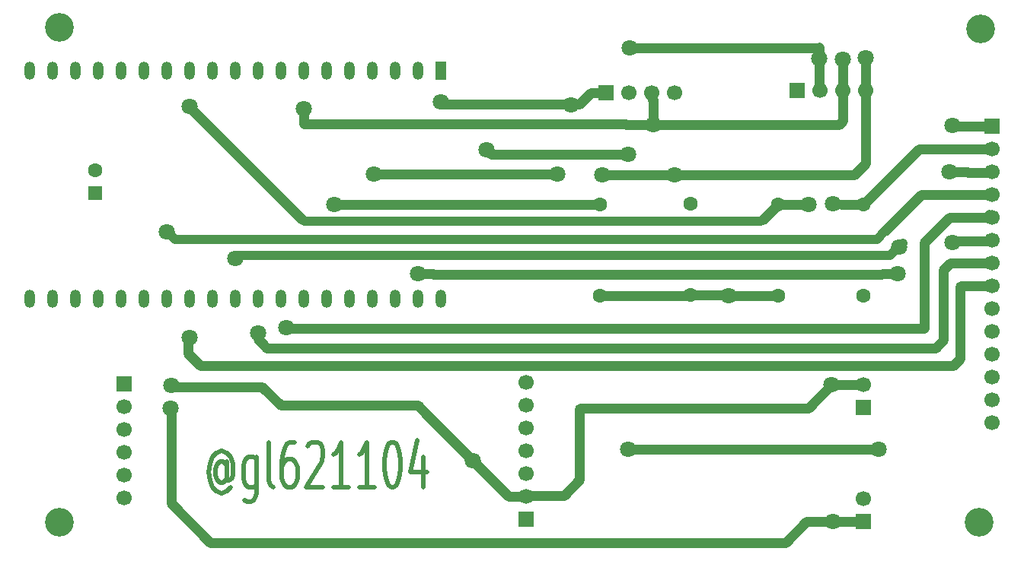
<source format=gbr>
%TF.GenerationSoftware,KiCad,Pcbnew,9.0.2*%
%TF.CreationDate,2025-12-19T14:33:50+01:00*%
%TF.ProjectId,SkyClock32,536b7943-6c6f-4636-9b33-322e6b696361,rev?*%
%TF.SameCoordinates,PX4524320PY6997400*%
%TF.FileFunction,Copper,L1,Top*%
%TF.FilePolarity,Positive*%
%FSLAX46Y46*%
G04 Gerber Fmt 4.6, Leading zero omitted, Abs format (unit mm)*
G04 Created by KiCad (PCBNEW 9.0.2) date 2025-12-19 14:33:50*
%MOMM*%
%LPD*%
G01*
G04 APERTURE LIST*
G04 Aperture macros list*
%AMRoundRect*
0 Rectangle with rounded corners*
0 $1 Rounding radius*
0 $2 $3 $4 $5 $6 $7 $8 $9 X,Y pos of 4 corners*
0 Add a 4 corners polygon primitive as box body*
4,1,4,$2,$3,$4,$5,$6,$7,$8,$9,$2,$3,0*
0 Add four circle primitives for the rounded corners*
1,1,$1+$1,$2,$3*
1,1,$1+$1,$4,$5*
1,1,$1+$1,$6,$7*
1,1,$1+$1,$8,$9*
0 Add four rect primitives between the rounded corners*
20,1,$1+$1,$2,$3,$4,$5,0*
20,1,$1+$1,$4,$5,$6,$7,0*
20,1,$1+$1,$6,$7,$8,$9,0*
20,1,$1+$1,$8,$9,$2,$3,0*%
G04 Aperture macros list end*
%ADD10C,0.500000*%
%TA.AperFunction,NonConductor*%
%ADD11C,0.500000*%
%TD*%
%TA.AperFunction,ComponentPad*%
%ADD12R,1.700000X1.700000*%
%TD*%
%TA.AperFunction,ComponentPad*%
%ADD13C,1.700000*%
%TD*%
%TA.AperFunction,ComponentPad*%
%ADD14R,1.200000X2.000000*%
%TD*%
%TA.AperFunction,ComponentPad*%
%ADD15O,1.200000X2.000000*%
%TD*%
%TA.AperFunction,ComponentPad*%
%ADD16C,1.600000*%
%TD*%
%TA.AperFunction,ComponentPad*%
%ADD17RoundRect,0.250000X0.550000X-0.550000X0.550000X0.550000X-0.550000X0.550000X-0.550000X-0.550000X0*%
%TD*%
%TA.AperFunction,ViaPad*%
%ADD18C,3.200000*%
%TD*%
%TA.AperFunction,ViaPad*%
%ADD19C,1.800000*%
%TD*%
%TA.AperFunction,Conductor*%
%ADD20C,1.100000*%
%TD*%
%TA.AperFunction,Conductor*%
%ADD21C,1.000000*%
%TD*%
G04 APERTURE END LIST*
D10*
D11*
X23460375Y9698858D02*
X23317518Y9936953D01*
X23317518Y9936953D02*
X23031804Y10175048D01*
X23031804Y10175048D02*
X22746089Y10175048D01*
X22746089Y10175048D02*
X22460375Y9936953D01*
X22460375Y9936953D02*
X22317518Y9698858D01*
X22317518Y9698858D02*
X22174661Y9222667D01*
X22174661Y9222667D02*
X22174661Y8746477D01*
X22174661Y8746477D02*
X22317518Y8270286D01*
X22317518Y8270286D02*
X22460375Y8032191D01*
X22460375Y8032191D02*
X22746089Y7794096D01*
X22746089Y7794096D02*
X23031804Y7794096D01*
X23031804Y7794096D02*
X23317518Y8032191D01*
X23317518Y8032191D02*
X23460375Y8270286D01*
X23460375Y10175048D02*
X23460375Y8270286D01*
X23460375Y8270286D02*
X23603232Y8032191D01*
X23603232Y8032191D02*
X23746089Y8032191D01*
X23746089Y8032191D02*
X24031804Y8270286D01*
X24031804Y8270286D02*
X24174661Y8746477D01*
X24174661Y8746477D02*
X24174661Y9936953D01*
X24174661Y9936953D02*
X23888947Y10651239D01*
X23888947Y10651239D02*
X23460375Y11127429D01*
X23460375Y11127429D02*
X22888947Y11365524D01*
X22888947Y11365524D02*
X22317518Y11127429D01*
X22317518Y11127429D02*
X21888947Y10651239D01*
X21888947Y10651239D02*
X21603232Y9936953D01*
X21603232Y9936953D02*
X21460375Y8984572D01*
X21460375Y8984572D02*
X21603232Y8032191D01*
X21603232Y8032191D02*
X21888947Y7317905D01*
X21888947Y7317905D02*
X22317518Y6841715D01*
X22317518Y6841715D02*
X22888947Y6603620D01*
X22888947Y6603620D02*
X23460375Y6841715D01*
X23460375Y6841715D02*
X23888947Y7317905D01*
X26746090Y10651239D02*
X26746090Y6603620D01*
X26746090Y6603620D02*
X26603232Y6127429D01*
X26603232Y6127429D02*
X26460375Y5889334D01*
X26460375Y5889334D02*
X26174661Y5651239D01*
X26174661Y5651239D02*
X25746090Y5651239D01*
X25746090Y5651239D02*
X25460375Y5889334D01*
X26746090Y7556000D02*
X26460375Y7317905D01*
X26460375Y7317905D02*
X25888947Y7317905D01*
X25888947Y7317905D02*
X25603232Y7556000D01*
X25603232Y7556000D02*
X25460375Y7794096D01*
X25460375Y7794096D02*
X25317518Y8270286D01*
X25317518Y8270286D02*
X25317518Y9698858D01*
X25317518Y9698858D02*
X25460375Y10175048D01*
X25460375Y10175048D02*
X25603232Y10413143D01*
X25603232Y10413143D02*
X25888947Y10651239D01*
X25888947Y10651239D02*
X26460375Y10651239D01*
X26460375Y10651239D02*
X26746090Y10413143D01*
X28603233Y7317905D02*
X28317518Y7556000D01*
X28317518Y7556000D02*
X28174661Y8032191D01*
X28174661Y8032191D02*
X28174661Y12317905D01*
X31031805Y12317905D02*
X30460376Y12317905D01*
X30460376Y12317905D02*
X30174662Y12079810D01*
X30174662Y12079810D02*
X30031805Y11841715D01*
X30031805Y11841715D02*
X29746090Y11127429D01*
X29746090Y11127429D02*
X29603233Y10175048D01*
X29603233Y10175048D02*
X29603233Y8270286D01*
X29603233Y8270286D02*
X29746090Y7794096D01*
X29746090Y7794096D02*
X29888947Y7556000D01*
X29888947Y7556000D02*
X30174662Y7317905D01*
X30174662Y7317905D02*
X30746090Y7317905D01*
X30746090Y7317905D02*
X31031805Y7556000D01*
X31031805Y7556000D02*
X31174662Y7794096D01*
X31174662Y7794096D02*
X31317519Y8270286D01*
X31317519Y8270286D02*
X31317519Y9460762D01*
X31317519Y9460762D02*
X31174662Y9936953D01*
X31174662Y9936953D02*
X31031805Y10175048D01*
X31031805Y10175048D02*
X30746090Y10413143D01*
X30746090Y10413143D02*
X30174662Y10413143D01*
X30174662Y10413143D02*
X29888947Y10175048D01*
X29888947Y10175048D02*
X29746090Y9936953D01*
X29746090Y9936953D02*
X29603233Y9460762D01*
X32460376Y11841715D02*
X32603233Y12079810D01*
X32603233Y12079810D02*
X32888948Y12317905D01*
X32888948Y12317905D02*
X33603233Y12317905D01*
X33603233Y12317905D02*
X33888948Y12079810D01*
X33888948Y12079810D02*
X34031805Y11841715D01*
X34031805Y11841715D02*
X34174662Y11365524D01*
X34174662Y11365524D02*
X34174662Y10889334D01*
X34174662Y10889334D02*
X34031805Y10175048D01*
X34031805Y10175048D02*
X32317519Y7317905D01*
X32317519Y7317905D02*
X34174662Y7317905D01*
X37031805Y7317905D02*
X35317519Y7317905D01*
X36174662Y7317905D02*
X36174662Y12317905D01*
X36174662Y12317905D02*
X35888948Y11603620D01*
X35888948Y11603620D02*
X35603233Y11127429D01*
X35603233Y11127429D02*
X35317519Y10889334D01*
X39888948Y7317905D02*
X38174662Y7317905D01*
X39031805Y7317905D02*
X39031805Y12317905D01*
X39031805Y12317905D02*
X38746091Y11603620D01*
X38746091Y11603620D02*
X38460376Y11127429D01*
X38460376Y11127429D02*
X38174662Y10889334D01*
X41746091Y12317905D02*
X42031805Y12317905D01*
X42031805Y12317905D02*
X42317519Y12079810D01*
X42317519Y12079810D02*
X42460377Y11841715D01*
X42460377Y11841715D02*
X42603234Y11365524D01*
X42603234Y11365524D02*
X42746091Y10413143D01*
X42746091Y10413143D02*
X42746091Y9222667D01*
X42746091Y9222667D02*
X42603234Y8270286D01*
X42603234Y8270286D02*
X42460377Y7794096D01*
X42460377Y7794096D02*
X42317519Y7556000D01*
X42317519Y7556000D02*
X42031805Y7317905D01*
X42031805Y7317905D02*
X41746091Y7317905D01*
X41746091Y7317905D02*
X41460377Y7556000D01*
X41460377Y7556000D02*
X41317519Y7794096D01*
X41317519Y7794096D02*
X41174662Y8270286D01*
X41174662Y8270286D02*
X41031805Y9222667D01*
X41031805Y9222667D02*
X41031805Y10413143D01*
X41031805Y10413143D02*
X41174662Y11365524D01*
X41174662Y11365524D02*
X41317519Y11841715D01*
X41317519Y11841715D02*
X41460377Y12079810D01*
X41460377Y12079810D02*
X41746091Y12317905D01*
X45317520Y10651239D02*
X45317520Y7317905D01*
X44603234Y12556000D02*
X43888948Y8984572D01*
X43888948Y8984572D02*
X45746091Y8984572D01*
D12*
%TO.P,J5,1,Pin_1*%
%TO.N,Net-(J1-Pin_1)*%
X65670000Y51220000D03*
D13*
%TO.P,J5,2,Pin_2*%
%TO.N,Net-(J1-Pin_2)*%
X68210000Y51220000D03*
%TO.P,J5,3,Pin_3*%
%TO.N,Net-(J3-Pin_4)*%
X70750000Y51220000D03*
%TO.P,J5,4,Pin_4*%
%TO.N,Net-(J3-Pin_3)*%
X73290000Y51220000D03*
%TD*%
D14*
%TO.P,U1,1,3V3*%
%TO.N,Net-(J1-Pin_1)*%
X47280000Y53720000D03*
D15*
%TO.P,U1,2,EN*%
%TO.N,unconnected-(U1-EN-Pad2)*%
X44740000Y53720000D03*
%TO.P,U1,3,SENSOR_VP*%
%TO.N,unconnected-(U1-SENSOR_VP-Pad3)*%
X42200000Y53720000D03*
%TO.P,U1,4,SENSOR_VN*%
%TO.N,unconnected-(U1-SENSOR_VN-Pad4)*%
X39660000Y53720000D03*
%TO.P,U1,5,IO34*%
%TO.N,Net-(J7-Pin_2)*%
X37120000Y53720000D03*
%TO.P,U1,6,IO35*%
%TO.N,unconnected-(U1-IO35-Pad6)*%
X34580000Y53720000D03*
%TO.P,U1,7,IO32*%
%TO.N,Net-(J3-Pin_4)*%
X32040000Y53720000D03*
%TO.P,U1,8,IO33*%
%TO.N,unconnected-(U1-IO33-Pad8)*%
X29500000Y53720000D03*
%TO.P,U1,9,IO25*%
%TO.N,Net-(J2-Pin_7)*%
X26960000Y53720000D03*
%TO.P,U1,10,IO26*%
%TO.N,Net-(J2-Pin_6)*%
X24420000Y53720000D03*
%TO.P,U1,11,IO27*%
%TO.N,unconnected-(U1-IO27-Pad11)*%
X21880000Y53720000D03*
%TO.P,U1,12,IO14*%
%TO.N,Net-(J6-Pin_1)*%
X19340000Y53720000D03*
%TO.P,U1,13,IO12*%
%TO.N,unconnected-(U1-IO12-Pad13)*%
X16800000Y53720000D03*
%TO.P,U1,14,GND1*%
%TO.N,Net-(U1-GND1)*%
X14260000Y53720000D03*
%TO.P,U1,15,IO13*%
%TO.N,unconnected-(U1-IO13-Pad15)*%
X11720000Y53720000D03*
%TO.P,U1,16,SD2*%
%TO.N,unconnected-(U1-SD2-Pad16)*%
X9180000Y53720000D03*
%TO.P,U1,17,SD3*%
%TO.N,unconnected-(U1-SD3-Pad17)*%
X6640000Y53720000D03*
%TO.P,U1,18,CMD*%
%TO.N,unconnected-(U1-CMD-Pad18)*%
X4100000Y53720000D03*
%TO.P,U1,19,EXT_5V*%
%TO.N,Net-(J2-Pin_1)*%
X1560000Y53720000D03*
%TO.P,U1,20,CLK*%
%TO.N,unconnected-(U1-CLK-Pad20)*%
X1562720Y28323680D03*
%TO.P,U1,21,SD0*%
%TO.N,unconnected-(U1-SD0-Pad21)*%
X4102720Y28323680D03*
%TO.P,U1,22,SD1*%
%TO.N,unconnected-(U1-SD1-Pad22)*%
X6640000Y28320000D03*
%TO.P,U1,23,IO15*%
%TO.N,unconnected-(U1-IO15-Pad23)*%
X9180000Y28320000D03*
%TO.P,U1,24,IO2*%
%TO.N,unconnected-(U1-IO2-Pad24)*%
X11720000Y28320000D03*
%TO.P,U1,25,IO0*%
%TO.N,unconnected-(U1-IO0-Pad25)*%
X14260000Y28320000D03*
%TO.P,U1,26,IO4*%
%TO.N,Net-(J1-Pin_4)*%
X16800000Y28320000D03*
%TO.P,U1,27,IO16*%
%TO.N,Net-(J1-Pin_8)*%
X19340000Y28320000D03*
%TO.P,U1,28,IO17*%
%TO.N,unconnected-(U1-IO17-Pad28)*%
X21880000Y28320000D03*
%TO.P,U1,29,IO5*%
%TO.N,Net-(J1-Pin_3)*%
X24420000Y28320000D03*
%TO.P,U1,30,IO18*%
%TO.N,Net-(J1-Pin_7)*%
X26960000Y28320000D03*
%TO.P,U1,31,IO19*%
%TO.N,Net-(J1-Pin_5)*%
X29500000Y28320000D03*
%TO.P,U1,32,GND2*%
%TO.N,unconnected-(U1-GND2-Pad32)*%
X32040000Y28320000D03*
%TO.P,U1,33,IO21*%
%TO.N,Net-(J3-Pin_3)*%
X34580000Y28320000D03*
%TO.P,U1,34,RXD0*%
%TO.N,unconnected-(U1-RXD0-Pad34)*%
X37120000Y28320000D03*
%TO.P,U1,35,TXD0*%
%TO.N,unconnected-(U1-TXD0-Pad35)*%
X39660000Y28320000D03*
%TO.P,U1,36,IO22*%
%TO.N,Net-(J2-Pin_5)*%
X42200000Y28320000D03*
%TO.P,U1,37,IO23*%
%TO.N,Net-(J1-Pin_6)*%
X44740000Y28320000D03*
%TO.P,U1,38,GND3*%
%TO.N,Net-(J1-Pin_2)*%
X47280000Y28320000D03*
%TD*%
D16*
%TO.P,R2,1*%
%TO.N,Net-(J1-Pin_1)*%
X75000000Y28720000D03*
%TO.P,R2,2*%
%TO.N,Net-(J3-Pin_4)*%
X75000000Y38880000D03*
%TD*%
D12*
%TO.P,J7,1,Pin_1*%
%TO.N,Net-(J1-Pin_1)*%
X94250000Y3445000D03*
D13*
%TO.P,J7,2,Pin_2*%
%TO.N,Net-(J7-Pin_2)*%
X94250000Y5985000D03*
%TD*%
D12*
%TO.P,J6,1,Pin_1*%
%TO.N,Net-(J6-Pin_1)*%
X94250000Y16180000D03*
D13*
%TO.P,J6,2,Pin_2*%
%TO.N,Net-(J1-Pin_2)*%
X94250000Y18720000D03*
%TD*%
D12*
%TO.P,J4,1,Pin_1*%
%TO.N,Net-(J1-Pin_1)*%
X86890000Y51470000D03*
D13*
%TO.P,J4,2,Pin_2*%
%TO.N,Net-(J1-Pin_2)*%
X89430000Y51470000D03*
%TO.P,J4,3,Pin_3*%
%TO.N,Net-(J3-Pin_4)*%
X91970000Y51470000D03*
%TO.P,J4,4,Pin_4*%
%TO.N,Net-(J3-Pin_3)*%
X94510000Y51470000D03*
%TD*%
D17*
%TO.P,C1,1*%
%TO.N,Net-(J2-Pin_1)*%
X8810000Y40070000D03*
D16*
%TO.P,C1,2*%
%TO.N,Net-(U1-GND1)*%
X8810000Y42570000D03*
%TD*%
%TO.P,R4,1*%
%TO.N,Net-(J7-Pin_2)*%
X94280000Y28640000D03*
%TO.P,R4,2*%
%TO.N,Net-(J1-Pin_2)*%
X94280000Y38800000D03*
%TD*%
%TO.P,R3,1*%
%TO.N,Net-(J1-Pin_1)*%
X84750000Y28640000D03*
%TO.P,R3,2*%
%TO.N,Net-(J6-Pin_1)*%
X84750000Y38800000D03*
%TD*%
D12*
%TO.P,J2,1,Pin_1*%
%TO.N,Net-(J2-Pin_1)*%
X56720000Y3720000D03*
D13*
%TO.P,J2,2,Pin_2*%
%TO.N,Net-(J1-Pin_2)*%
X56720000Y6260000D03*
%TO.P,J2,3,Pin_3*%
%TO.N,unconnected-(J2-Pin_3-Pad3)*%
X56720000Y8800000D03*
%TO.P,J2,4,Pin_4*%
%TO.N,unconnected-(J2-Pin_4-Pad4)*%
X56720000Y11340000D03*
%TO.P,J2,5,Pin_5*%
%TO.N,Net-(J2-Pin_5)*%
X56720000Y13880000D03*
%TO.P,J2,6,Pin_6*%
%TO.N,Net-(J2-Pin_6)*%
X56720000Y16420000D03*
%TO.P,J2,7,Pin_7*%
%TO.N,Net-(J2-Pin_7)*%
X56720000Y18960000D03*
%TD*%
D12*
%TO.P,J3,1,Pin_1*%
%TO.N,Net-(J1-Pin_2)*%
X12060000Y18840000D03*
D13*
%TO.P,J3,2,Pin_2*%
%TO.N,Net-(J1-Pin_1)*%
X12060000Y16300000D03*
%TO.P,J3,3,Pin_3*%
%TO.N,Net-(J3-Pin_3)*%
X12060000Y13760000D03*
%TO.P,J3,4,Pin_4*%
%TO.N,Net-(J3-Pin_4)*%
X12060000Y11220000D03*
%TO.P,J3,5,Pin_5*%
%TO.N,unconnected-(J3-Pin_5-Pad5)*%
X12060000Y8680000D03*
%TO.P,J3,6,Pin_6*%
%TO.N,unconnected-(J3-Pin_6-Pad6)*%
X12060000Y6140000D03*
%TD*%
D12*
%TO.P,J1,1,Pin_1*%
%TO.N,Net-(J1-Pin_1)*%
X108570000Y47470000D03*
D13*
%TO.P,J1,2,Pin_2*%
%TO.N,Net-(J1-Pin_2)*%
X108570000Y44930000D03*
%TO.P,J1,3,Pin_3*%
%TO.N,Net-(J1-Pin_3)*%
X108570000Y42390000D03*
%TO.P,J1,4,Pin_4*%
%TO.N,Net-(J1-Pin_4)*%
X108570000Y39850000D03*
%TO.P,J1,5,Pin_5*%
%TO.N,Net-(J1-Pin_5)*%
X108570000Y37310000D03*
%TO.P,J1,6,Pin_6*%
%TO.N,Net-(J1-Pin_6)*%
X108570000Y34770000D03*
%TO.P,J1,7,Pin_7*%
%TO.N,Net-(J1-Pin_7)*%
X108570000Y32230000D03*
%TO.P,J1,8,Pin_8*%
%TO.N,Net-(J1-Pin_8)*%
X108570000Y29690000D03*
%TO.P,J1,9,Pin_9*%
%TO.N,unconnected-(J1-Pin_9-Pad9)*%
X108570000Y27150000D03*
%TO.P,J1,10,Pin_10*%
%TO.N,unconnected-(J1-Pin_10-Pad10)*%
X108570000Y24610000D03*
%TO.P,J1,11,Pin_11*%
%TO.N,unconnected-(J1-Pin_11-Pad11)*%
X108570000Y22070000D03*
%TO.P,J1,12,Pin_12*%
%TO.N,unconnected-(J1-Pin_12-Pad12)*%
X108570000Y19530000D03*
%TO.P,J1,13,Pin_13*%
%TO.N,unconnected-(J1-Pin_13-Pad13)*%
X108570000Y16990000D03*
%TO.P,J1,14,Pin_14*%
%TO.N,unconnected-(J1-Pin_14-Pad14)*%
X108570000Y14450000D03*
%TD*%
D16*
%TO.P,R1,1*%
%TO.N,Net-(J1-Pin_1)*%
X65000000Y28640000D03*
%TO.P,R1,2*%
%TO.N,Net-(J3-Pin_3)*%
X65000000Y38800000D03*
%TD*%
D18*
%TO.N,*%
X4870000Y58510000D03*
X107170000Y3420000D03*
X4810000Y3390000D03*
X107270000Y58310000D03*
D19*
%TO.N,Net-(J1-Pin_6)*%
X98100000Y31040000D03*
X44740000Y31043973D03*
X104190000Y34580000D03*
%TO.N,Net-(J1-Pin_7)*%
X26960000Y24470000D03*
%TO.N,Net-(J1-Pin_8)*%
X19340000Y23970000D03*
%TO.N,Net-(J1-Pin_1)*%
X17220000Y16090000D03*
X61750000Y49850000D03*
X79250000Y28640000D03*
X90870000Y3445000D03*
X104200000Y47570000D03*
X47280000Y50220000D03*
%TO.N,Net-(J1-Pin_2)*%
X68250000Y56220000D03*
X50840000Y10220000D03*
X89350000Y55000000D03*
X90740000Y18720000D03*
X90840000Y38890000D03*
X17270000Y18630000D03*
%TO.N,Net-(J1-Pin_4)*%
X16800000Y35720000D03*
%TO.N,Net-(J1-Pin_5)*%
X30124096Y25094096D03*
%TO.N,Net-(J1-Pin_3)*%
X24420000Y32780000D03*
X103790000Y42420000D03*
X98243000Y34067000D03*
%TO.N,Net-(J2-Pin_1)*%
X39790000Y42130000D03*
X60190000Y42130000D03*
%TO.N,Net-(J3-Pin_3)*%
X73280000Y42095400D03*
X65250000Y42095400D03*
X94505000Y55094000D03*
X35389800Y38800000D03*
%TO.N,Net-(J3-Pin_4)*%
X32040000Y49470000D03*
X70860000Y47700000D03*
X91965000Y54945000D03*
%TO.N,Net-(J6-Pin_1)*%
X88180000Y38800000D03*
X19340000Y49720000D03*
%TO.N,Net-(J7-Pin_2)*%
X52310000Y44880000D03*
X68110000Y11490000D03*
X95970000Y11510000D03*
X68110000Y44360000D03*
%TD*%
D20*
%TO.N,Net-(J1-Pin_1)*%
X87945000Y3445000D02*
X90870000Y3445000D01*
X21656389Y1113611D02*
X85613611Y1113611D01*
X17270000Y5500000D02*
X21656389Y1113611D01*
X17270000Y16040000D02*
X17270000Y5500000D01*
X17220000Y16090000D02*
X17270000Y16040000D01*
X85613611Y1113611D02*
X87945000Y3445000D01*
%TO.N,Net-(J1-Pin_7)*%
X103180000Y31470000D02*
X103180000Y23700000D01*
X102290000Y22810000D02*
X27910000Y22810000D01*
X103940000Y32230000D02*
X103180000Y31470000D01*
X103180000Y23700000D02*
X102290000Y22810000D01*
X27910000Y22810000D02*
X27540000Y23180000D01*
X108570000Y32230000D02*
X103940000Y32230000D01*
X26960000Y23760000D02*
X26960000Y24470000D01*
X27540000Y23180000D02*
X26960000Y23760000D01*
%TO.N,Net-(J1-Pin_2)*%
X17400000Y18500000D02*
X17270000Y18630000D01*
X44700000Y16420000D02*
X29480000Y16420000D01*
X45678299Y15381701D02*
X45678299Y15441701D01*
X45678299Y15441701D02*
X44700000Y16420000D01*
X29480000Y16420000D02*
X27400000Y18500000D01*
X27400000Y18500000D02*
X17400000Y18500000D01*
X50840000Y10220000D02*
X45678299Y15381701D01*
X56720000Y6390000D02*
X56720000Y6260000D01*
X62800000Y16130000D02*
X62690000Y16020000D01*
X88150000Y16130000D02*
X62800000Y16130000D01*
X62690000Y16020000D02*
X62690000Y8100000D01*
X62690000Y8100000D02*
X60980000Y6390000D01*
X90740000Y18720000D02*
X88150000Y16130000D01*
X60980000Y6390000D02*
X56720000Y6390000D01*
%TO.N,Net-(J1-Pin_8)*%
X19180000Y23810000D02*
X19340000Y23970000D01*
X19180000Y22180000D02*
X19180000Y23810000D01*
X20510000Y20850000D02*
X19180000Y22180000D01*
X55921580Y20850000D02*
X20510000Y20850000D01*
X57507420Y20861000D02*
X55932580Y20861000D01*
X104290000Y20850000D02*
X57518420Y20850000D01*
X57518420Y20850000D02*
X57507420Y20861000D01*
X105030000Y21590000D02*
X104290000Y20850000D01*
X105030000Y29650000D02*
X105030000Y21590000D01*
X105070000Y29690000D02*
X105030000Y29650000D01*
X55932580Y20861000D02*
X55921580Y20850000D01*
X108570000Y29690000D02*
X105070000Y29690000D01*
D21*
%TO.N,Net-(J6-Pin_1)*%
X82830000Y36880000D02*
X83048300Y37098300D01*
X31871700Y37098300D02*
X32090000Y36880000D01*
X32090000Y36880000D02*
X82830000Y36880000D01*
%TO.N,Net-(J1-Pin_4)*%
X17723200Y34900000D02*
X16826600Y35796600D01*
X95774000Y34900000D02*
X17723200Y34900000D01*
X96670600Y35796600D02*
X95774000Y34900000D01*
%TO.N,Net-(J1-Pin_3)*%
X97246000Y33070000D02*
X24710000Y33070000D01*
X98670900Y34494900D02*
X97246000Y33070000D01*
X24710000Y33070000D02*
X24420000Y32780000D01*
D20*
%TO.N,Net-(J1-Pin_6)*%
X46416027Y31043973D02*
X44740000Y31043973D01*
X46465513Y30994487D02*
X46416027Y31043973D01*
X96313487Y30994487D02*
X46465513Y30994487D01*
X96359000Y31040000D02*
X96313487Y30994487D01*
X98100000Y31040000D02*
X96359000Y31040000D01*
X104190000Y34580000D02*
X104290000Y34680000D01*
X108480000Y34680000D02*
X108570000Y34770000D01*
X104290000Y34680000D02*
X108480000Y34680000D01*
%TO.N,Net-(J1-Pin_1)*%
X104200000Y47570000D02*
X104600000Y47570000D01*
X90870000Y3445000D02*
X94250000Y3445000D01*
X47280000Y49970000D02*
X47280000Y50220000D01*
X75000000Y28720000D02*
X79170000Y28720000D01*
X84750000Y28640000D02*
X79250000Y28640000D01*
X79170000Y28720000D02*
X79250000Y28640000D01*
X62668300Y49970000D02*
X47280000Y49970000D01*
%TO.N,Net-(J1-Pin_2)*%
X100410000Y44930000D02*
X94280000Y38800000D01*
X94250000Y18720000D02*
X90740000Y18720000D01*
X108570000Y44930000D02*
X100410000Y44930000D01*
X89290000Y56220000D02*
X89350000Y56280000D01*
X50840000Y10220000D02*
X54800000Y6260000D01*
X54800000Y6260000D02*
X56720000Y6260000D01*
X89430000Y51950200D02*
X89430000Y51470000D01*
X89350000Y56280000D02*
X89350000Y55000000D01*
X89350000Y55000000D02*
X89350000Y52030200D01*
X50840000Y10220000D02*
X50640000Y10220000D01*
X91840000Y38800000D02*
X91830000Y38790000D01*
X68250000Y56220000D02*
X89290000Y56220000D01*
%TO.N,Net-(J1-Pin_1)*%
X65670000Y51220000D02*
X63918300Y51220000D01*
X74920000Y28640000D02*
X75000000Y28720000D01*
X104600000Y47570000D02*
X104700000Y47470000D01*
X104700000Y47470000D02*
X108570000Y47470000D01*
X63918300Y51220000D02*
X62668300Y49970000D01*
X65000000Y28640000D02*
X74920000Y28640000D01*
%TO.N,Net-(J1-Pin_8)*%
X19340000Y23970000D02*
X19340000Y23810000D01*
%TO.N,Net-(J1-Pin_2)*%
X89350000Y52030200D02*
X89430000Y51950200D01*
X94280000Y38800000D02*
X91840000Y38800000D01*
%TO.N,Net-(J1-Pin_5)*%
X30124096Y25094096D02*
X30248192Y24970000D01*
%TO.N,Net-(J1-Pin_4)*%
X16826600Y35796600D02*
X16800000Y35770000D01*
%TO.N,Net-(J1-Pin_3)*%
X105820000Y42420000D02*
X105870000Y42370000D01*
%TO.N,Net-(J1-Pin_4)*%
X16800000Y35770000D02*
X16800000Y35720000D01*
%TO.N,Net-(J1-Pin_3)*%
X105870000Y42370000D02*
X108550000Y42370000D01*
%TO.N,Net-(J1-Pin_5)*%
X108220000Y37670000D02*
X108195000Y37695000D01*
%TO.N,Net-(J1-Pin_3)*%
X108550000Y42370000D02*
X108570000Y42390000D01*
%TO.N,Net-(J1-Pin_5)*%
X101030000Y24970000D02*
X101030000Y34550000D01*
%TO.N,Net-(J1-Pin_4)*%
X100724000Y39850000D02*
X96670600Y35796600D01*
%TO.N,Net-(J1-Pin_5)*%
X101030000Y34550000D02*
X103790000Y37310000D01*
%TO.N,Net-(J1-Pin_4)*%
X108570000Y39850000D02*
X100724000Y39850000D01*
%TO.N,Net-(J1-Pin_5)*%
X103790000Y37310000D02*
X108570000Y37310000D01*
X30248192Y24970000D02*
X101030000Y24970000D01*
%TO.N,Net-(J2-Pin_1)*%
X39790000Y42130000D02*
X60190000Y42130000D01*
X60190000Y42130000D02*
X60260000Y42060000D01*
%TO.N,Net-(J1-Pin_3)*%
X103790000Y42420000D02*
X105820000Y42420000D01*
%TO.N,Net-(J3-Pin_3)*%
X94505000Y55094000D02*
X94505000Y51475000D01*
X94505000Y51475000D02*
X94510000Y51470000D01*
X65000000Y38800000D02*
X35389800Y38800000D01*
X93225400Y42095400D02*
X94510000Y43380000D01*
X73280000Y42095400D02*
X93225400Y42095400D01*
X65250000Y42095400D02*
X73280000Y42095400D01*
%TO.N,Net-(J3-Pin_4)*%
X67820000Y47720000D02*
X32040000Y47720000D01*
X67840000Y47700000D02*
X67820000Y47720000D01*
X70860000Y47700000D02*
X70860000Y50500000D01*
X91965000Y54945000D02*
X91965000Y51475000D01*
X70860000Y50500000D02*
X70750000Y50610000D01*
X70860000Y47700000D02*
X67840000Y47700000D01*
X91570000Y47700000D02*
X91970000Y48100000D01*
X91970000Y48100000D02*
X91970000Y51470000D01*
%TO.N,Net-(J3-Pin_3)*%
X94510000Y43380000D02*
X94510000Y51470000D01*
%TO.N,Net-(J6-Pin_1)*%
X84750000Y38800000D02*
X88100000Y38800000D01*
%TO.N,Net-(J3-Pin_4)*%
X70750000Y50610000D02*
X70750000Y51220000D01*
%TO.N,Net-(J7-Pin_2)*%
X68130000Y11510000D02*
X68110000Y11490000D01*
X95970000Y11510000D02*
X95880000Y11420000D01*
%TO.N,Net-(J3-Pin_4)*%
X91965000Y51475000D02*
X91970000Y51470000D01*
%TO.N,Net-(J6-Pin_1)*%
X88100000Y38800000D02*
X88160000Y38740000D01*
X19340000Y49720000D02*
X19340000Y49630000D01*
%TO.N,Net-(J7-Pin_2)*%
X68110000Y11490000D02*
X68230000Y11370000D01*
%TO.N,Net-(J3-Pin_4)*%
X70860000Y47700000D02*
X91570000Y47700000D01*
%TO.N,Net-(J7-Pin_2)*%
X95970000Y11510000D02*
X68130000Y11510000D01*
%TO.N,Net-(J3-Pin_4)*%
X32040000Y47720000D02*
X32040000Y49470000D01*
%TO.N,Net-(J6-Pin_1)*%
X19340000Y49630000D02*
X31871700Y37098300D01*
%TO.N,Net-(J7-Pin_2)*%
X68110000Y44360000D02*
X52830000Y44360000D01*
X52830000Y44360000D02*
X52310000Y44880000D01*
%TO.N,Net-(J6-Pin_1)*%
X83048300Y37098300D02*
X84750000Y38800000D01*
%TD*%
M02*

</source>
